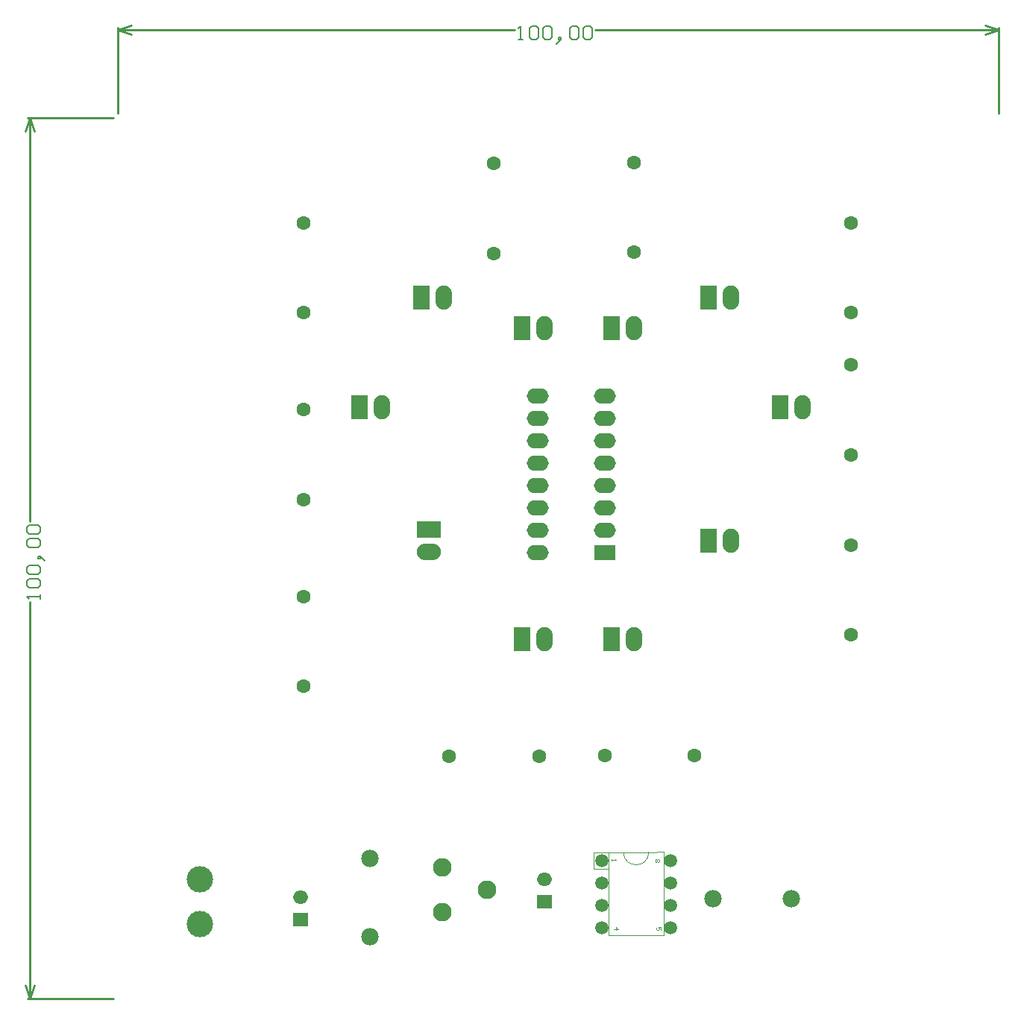
<source format=gts>
G04*
G04 #@! TF.GenerationSoftware,Altium Limited,Altium Designer,21.3.2 (30)*
G04*
G04 Layer_Color=8388736*
%FSLAX24Y24*%
%MOIN*%
G70*
G04*
G04 #@! TF.SameCoordinates,6E726B93-E50A-4388-B932-66385DC3C8FA*
G04*
G04*
G04 #@! TF.FilePolarity,Negative*
G04*
G01*
G75*
%ADD10C,0.0100*%
%ADD14C,0.0020*%
%ADD15C,0.0060*%
%ADD16O,0.0671X0.0592*%
%ADD17R,0.0671X0.0592*%
%ADD18R,0.0730X0.1080*%
%ADD19O,0.0730X0.1080*%
%ADD20C,0.0631*%
%ADD21C,0.0780*%
%ADD22R,0.0980X0.0680*%
%ADD23O,0.0980X0.0680*%
%ADD24C,0.0591*%
%ADD25C,0.1180*%
%ADD26C,0.0830*%
%ADD27R,0.1080X0.0730*%
%ADD28O,0.1080X0.0730*%
D10*
X-3987Y39357D02*
X-3787Y38757D01*
X-4187D02*
X-3987Y39357D01*
X-4187Y587D02*
X-3987Y-13D01*
X-3787Y587D01*
X-3987Y21322D02*
Y39357D01*
Y-13D02*
Y17703D01*
X-4087Y39357D02*
X-248D01*
X-4087Y-13D02*
X-248D01*
X-50Y43294D02*
X550Y43494D01*
X-50Y43294D02*
X550Y43094D01*
X38720D02*
X39320Y43294D01*
X38720Y43494D02*
X39320Y43294D01*
X-50D02*
X17666D01*
X21285D02*
X39320D01*
X-50Y39555D02*
Y43394D01*
X39320Y39555D02*
Y43394D01*
D14*
X22537Y6524D02*
G03*
X23667Y6524I565J2D01*
G01*
X21820Y3150D02*
G03*
X21820Y3150I-256J0D01*
G01*
Y4150D02*
G03*
X21820Y4150I-256J0D01*
G01*
Y5150D02*
G03*
X21820Y5150I-256J0D01*
G01*
Y6150D02*
G03*
X21820Y6150I-256J0D01*
G01*
X24891Y3150D02*
G03*
X24891Y3150I-256J0D01*
G01*
Y4150D02*
G03*
X24891Y4150I-256J0D01*
G01*
Y5150D02*
G03*
X24891Y5150I-256J0D01*
G01*
Y6150D02*
G03*
X24891Y6150I-256J0D01*
G01*
X22537Y6524D02*
X23667Y6524D01*
X21194Y5780D02*
X21871Y5777D01*
X21194Y5780D02*
Y6522D01*
X21870D02*
X22537Y6524D01*
X23673Y6528D02*
X24334Y6534D01*
X21196Y6522D02*
X21870D01*
Y2803D02*
Y6522D01*
X24334Y2806D02*
Y6534D01*
X21870Y2803D02*
X24334Y2806D01*
X22019Y6219D02*
Y6153D01*
Y6186D01*
X22215D01*
X22183Y6219D01*
X22094Y3080D02*
X22291D01*
X22192Y3178D01*
Y3047D01*
X24218Y3042D02*
Y3173D01*
X24120D01*
X24153Y3108D01*
Y3075D01*
X24120Y3042D01*
X24054D01*
X24021Y3075D01*
Y3141D01*
X24054Y3173D01*
X24120Y6220D02*
X24153Y6188D01*
Y6122D01*
X24120Y6089D01*
X24087D01*
X24054Y6122D01*
X24021Y6089D01*
X23989D01*
X23956Y6122D01*
Y6188D01*
X23989Y6220D01*
X24021D01*
X24054Y6188D01*
X24087Y6220D01*
X24120D01*
X24054Y6188D02*
Y6122D01*
D15*
X-3527Y17863D02*
Y18063D01*
Y17963D01*
X-4127D01*
X-4027Y17863D01*
Y18362D02*
X-4127Y18462D01*
Y18662D01*
X-4027Y18762D01*
X-3627D01*
X-3527Y18662D01*
Y18462D01*
X-3627Y18362D01*
X-4027D01*
Y18962D02*
X-4127Y19062D01*
Y19262D01*
X-4027Y19362D01*
X-3627D01*
X-3527Y19262D01*
Y19062D01*
X-3627Y18962D01*
X-4027D01*
X-3427Y19662D02*
X-3527Y19762D01*
X-3627D01*
Y19662D01*
X-3527D01*
Y19762D01*
X-3427Y19662D01*
X-3327Y19562D01*
X-4027Y20162D02*
X-4127Y20262D01*
Y20462D01*
X-4027Y20562D01*
X-3627D01*
X-3527Y20462D01*
Y20262D01*
X-3627Y20162D01*
X-4027D01*
Y20762D02*
X-4127Y20862D01*
Y21062D01*
X-4027Y21162D01*
X-3627D01*
X-3527Y21062D01*
Y20862D01*
X-3627Y20762D01*
X-4027D01*
X17826Y42834D02*
X18026D01*
X17926D01*
Y43434D01*
X17826Y43334D01*
X18325D02*
X18425Y43434D01*
X18625D01*
X18725Y43334D01*
Y42934D01*
X18625Y42834D01*
X18425D01*
X18325Y42934D01*
Y43334D01*
X18925D02*
X19025Y43434D01*
X19225D01*
X19325Y43334D01*
Y42934D01*
X19225Y42834D01*
X19025D01*
X18925Y42934D01*
Y43334D01*
X19625Y42734D02*
X19725Y42834D01*
Y42934D01*
X19625D01*
Y42834D01*
X19725D01*
X19625Y42734D01*
X19525Y42634D01*
X20125Y43334D02*
X20225Y43434D01*
X20425D01*
X20525Y43334D01*
Y42934D01*
X20425Y42834D01*
X20225D01*
X20125Y42934D01*
Y43334D01*
X20725D02*
X20825Y43434D01*
X21025D01*
X21125Y43334D01*
Y42934D01*
X21025Y42834D01*
X20825D01*
X20725Y42934D01*
Y43334D01*
D16*
X19000Y5300D02*
D03*
X8100Y4500D02*
D03*
D17*
X19000Y4300D02*
D03*
X8100Y3500D02*
D03*
D18*
X22000Y29950D02*
D03*
X26350Y31300D02*
D03*
X29550Y26400D02*
D03*
X26350Y20450D02*
D03*
X22000Y16050D02*
D03*
X18000D02*
D03*
X10750Y26400D02*
D03*
X13500Y31300D02*
D03*
X18000Y29950D02*
D03*
D19*
X23000D02*
D03*
X27350Y31300D02*
D03*
X30550Y26400D02*
D03*
X27350Y20450D02*
D03*
X23000Y16050D02*
D03*
X19000D02*
D03*
X11750Y26400D02*
D03*
X14500Y31300D02*
D03*
X19000Y29950D02*
D03*
D20*
X23000Y33342D02*
D03*
Y37358D02*
D03*
X32700Y30642D02*
D03*
Y34658D02*
D03*
Y28308D02*
D03*
Y24292D02*
D03*
Y16242D02*
D03*
Y20258D02*
D03*
X25708Y10850D02*
D03*
X21692D02*
D03*
X18758Y10800D02*
D03*
X14742D02*
D03*
X8250Y13942D02*
D03*
Y17958D02*
D03*
Y22292D02*
D03*
Y26308D02*
D03*
Y30642D02*
D03*
Y34658D02*
D03*
X16750Y33292D02*
D03*
Y37308D02*
D03*
D21*
X11200Y2750D02*
D03*
Y6250D02*
D03*
X26550Y4450D02*
D03*
X30050D02*
D03*
D22*
X21700Y19900D02*
D03*
D23*
Y20900D02*
D03*
Y21900D02*
D03*
Y22900D02*
D03*
Y23900D02*
D03*
Y24900D02*
D03*
Y25900D02*
D03*
Y26900D02*
D03*
X18700Y19900D02*
D03*
Y20900D02*
D03*
Y21900D02*
D03*
Y22900D02*
D03*
Y23900D02*
D03*
Y24900D02*
D03*
Y25900D02*
D03*
Y26900D02*
D03*
D24*
X24635Y3150D02*
D03*
Y4150D02*
D03*
Y5150D02*
D03*
Y6150D02*
D03*
X21565D02*
D03*
Y5150D02*
D03*
Y4150D02*
D03*
Y3150D02*
D03*
D25*
X3600Y5312D02*
D03*
Y3312D02*
D03*
D26*
X14450Y5850D02*
D03*
X16450Y4850D02*
D03*
X14450Y3850D02*
D03*
D27*
X13840Y20950D02*
D03*
D28*
Y19950D02*
D03*
M02*

</source>
